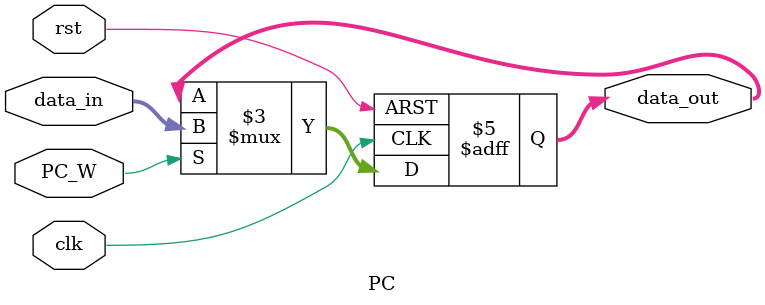
<source format=v>
`timescale 1ns / 1ps


module PC(
input clk,
input rst,
input PC_W,
input [31:0] data_in,
output reg [31:0] data_out
    );
always @(posedge clk, posedge rst)
begin
if (rst)
    data_out <= 32'b0;
else if (PC_W)
    data_out <= data_in;
else
    data_out <= data_out;
end

endmodule

</source>
